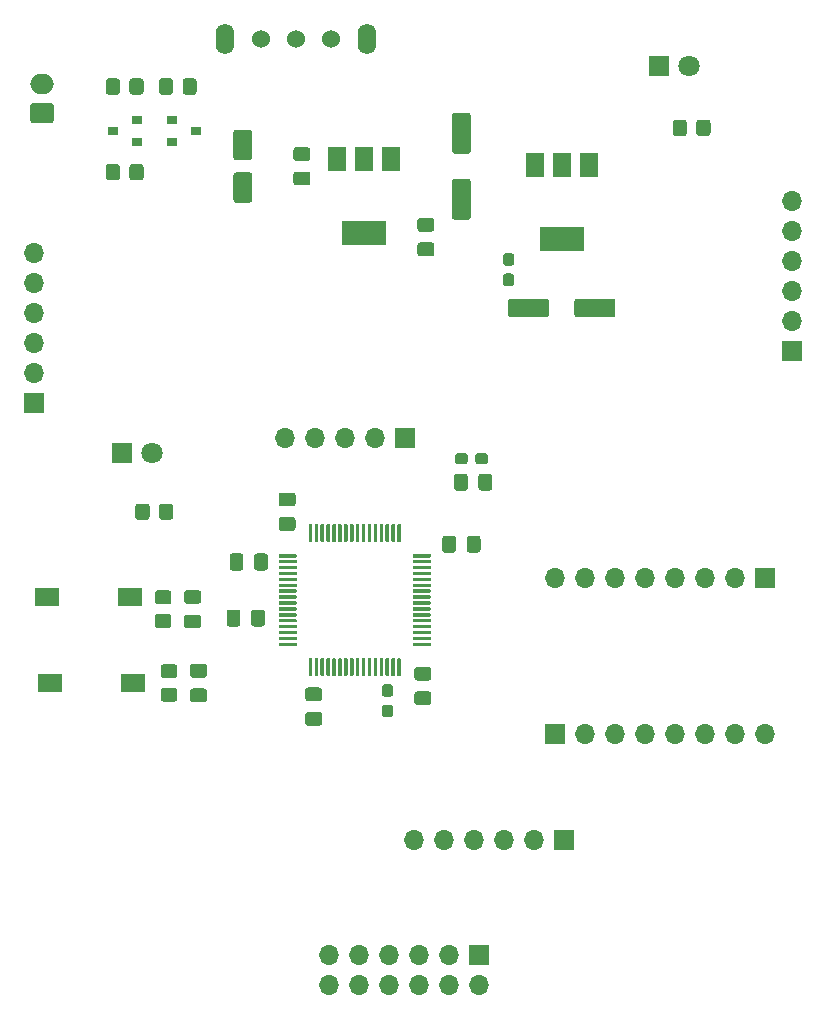
<source format=gbr>
%TF.GenerationSoftware,KiCad,Pcbnew,(5.1.9)-1*%
%TF.CreationDate,2021-05-12T23:16:12+02:00*%
%TF.ProjectId,PlytkaGlowna,506c7974-6b61-4476-9c6f-776e612e6b69,rev?*%
%TF.SameCoordinates,Original*%
%TF.FileFunction,Soldermask,Top*%
%TF.FilePolarity,Negative*%
%FSLAX46Y46*%
G04 Gerber Fmt 4.6, Leading zero omitted, Abs format (unit mm)*
G04 Created by KiCad (PCBNEW (5.1.9)-1) date 2021-05-12 23:16:12*
%MOMM*%
%LPD*%
G01*
G04 APERTURE LIST*
%ADD10O,1.700000X1.700000*%
%ADD11R,1.700000X1.700000*%
%ADD12R,1.800000X1.800000*%
%ADD13C,1.800000*%
%ADD14O,2.000000X1.700000*%
%ADD15R,0.900000X0.800000*%
%ADD16R,2.000000X1.500000*%
%ADD17C,1.524000*%
%ADD18O,1.550000X2.600000*%
%ADD19R,1.500000X2.000000*%
%ADD20R,3.800000X2.000000*%
G04 APERTURE END LIST*
D10*
%TO.C,J6*%
X201540000Y-76730000D03*
X201540000Y-79270000D03*
X201540000Y-81810000D03*
X201540000Y-84350000D03*
X201540000Y-86890000D03*
D11*
X201540000Y-89430000D03*
%TD*%
%TO.C,J7*%
X137350000Y-93790000D03*
D10*
X137350000Y-91250000D03*
X137350000Y-88710000D03*
X137350000Y-86170000D03*
X137350000Y-83630000D03*
X137350000Y-81090000D03*
%TD*%
%TO.C,J5*%
X199230000Y-121804999D03*
X196690000Y-121804999D03*
X194150000Y-121804999D03*
X191610000Y-121804999D03*
X189070000Y-121804999D03*
X186530000Y-121804999D03*
X183990000Y-121804999D03*
D11*
X181450000Y-121804999D03*
%TD*%
%TO.C,U3*%
G36*
G01*
X158025001Y-106800001D02*
X158025001Y-106650001D01*
G75*
G02*
X158100001Y-106575001I75000J0D01*
G01*
X159500001Y-106575001D01*
G75*
G02*
X159575001Y-106650001I0J-75000D01*
G01*
X159575001Y-106800001D01*
G75*
G02*
X159500001Y-106875001I-75000J0D01*
G01*
X158100001Y-106875001D01*
G75*
G02*
X158025001Y-106800001I0J75000D01*
G01*
G37*
G36*
G01*
X158025001Y-107300001D02*
X158025001Y-107150001D01*
G75*
G02*
X158100001Y-107075001I75000J0D01*
G01*
X159500001Y-107075001D01*
G75*
G02*
X159575001Y-107150001I0J-75000D01*
G01*
X159575001Y-107300001D01*
G75*
G02*
X159500001Y-107375001I-75000J0D01*
G01*
X158100001Y-107375001D01*
G75*
G02*
X158025001Y-107300001I0J75000D01*
G01*
G37*
G36*
G01*
X158025001Y-107800001D02*
X158025001Y-107650001D01*
G75*
G02*
X158100001Y-107575001I75000J0D01*
G01*
X159500001Y-107575001D01*
G75*
G02*
X159575001Y-107650001I0J-75000D01*
G01*
X159575001Y-107800001D01*
G75*
G02*
X159500001Y-107875001I-75000J0D01*
G01*
X158100001Y-107875001D01*
G75*
G02*
X158025001Y-107800001I0J75000D01*
G01*
G37*
G36*
G01*
X158025001Y-108300001D02*
X158025001Y-108150001D01*
G75*
G02*
X158100001Y-108075001I75000J0D01*
G01*
X159500001Y-108075001D01*
G75*
G02*
X159575001Y-108150001I0J-75000D01*
G01*
X159575001Y-108300001D01*
G75*
G02*
X159500001Y-108375001I-75000J0D01*
G01*
X158100001Y-108375001D01*
G75*
G02*
X158025001Y-108300001I0J75000D01*
G01*
G37*
G36*
G01*
X158025001Y-108800001D02*
X158025001Y-108650001D01*
G75*
G02*
X158100001Y-108575001I75000J0D01*
G01*
X159500001Y-108575001D01*
G75*
G02*
X159575001Y-108650001I0J-75000D01*
G01*
X159575001Y-108800001D01*
G75*
G02*
X159500001Y-108875001I-75000J0D01*
G01*
X158100001Y-108875001D01*
G75*
G02*
X158025001Y-108800001I0J75000D01*
G01*
G37*
G36*
G01*
X158025001Y-109300001D02*
X158025001Y-109150001D01*
G75*
G02*
X158100001Y-109075001I75000J0D01*
G01*
X159500001Y-109075001D01*
G75*
G02*
X159575001Y-109150001I0J-75000D01*
G01*
X159575001Y-109300001D01*
G75*
G02*
X159500001Y-109375001I-75000J0D01*
G01*
X158100001Y-109375001D01*
G75*
G02*
X158025001Y-109300001I0J75000D01*
G01*
G37*
G36*
G01*
X158025001Y-109800001D02*
X158025001Y-109650001D01*
G75*
G02*
X158100001Y-109575001I75000J0D01*
G01*
X159500001Y-109575001D01*
G75*
G02*
X159575001Y-109650001I0J-75000D01*
G01*
X159575001Y-109800001D01*
G75*
G02*
X159500001Y-109875001I-75000J0D01*
G01*
X158100001Y-109875001D01*
G75*
G02*
X158025001Y-109800001I0J75000D01*
G01*
G37*
G36*
G01*
X158025001Y-110300001D02*
X158025001Y-110150001D01*
G75*
G02*
X158100001Y-110075001I75000J0D01*
G01*
X159500001Y-110075001D01*
G75*
G02*
X159575001Y-110150001I0J-75000D01*
G01*
X159575001Y-110300001D01*
G75*
G02*
X159500001Y-110375001I-75000J0D01*
G01*
X158100001Y-110375001D01*
G75*
G02*
X158025001Y-110300001I0J75000D01*
G01*
G37*
G36*
G01*
X158025001Y-110800001D02*
X158025001Y-110650001D01*
G75*
G02*
X158100001Y-110575001I75000J0D01*
G01*
X159500001Y-110575001D01*
G75*
G02*
X159575001Y-110650001I0J-75000D01*
G01*
X159575001Y-110800001D01*
G75*
G02*
X159500001Y-110875001I-75000J0D01*
G01*
X158100001Y-110875001D01*
G75*
G02*
X158025001Y-110800001I0J75000D01*
G01*
G37*
G36*
G01*
X158025001Y-111300001D02*
X158025001Y-111150001D01*
G75*
G02*
X158100001Y-111075001I75000J0D01*
G01*
X159500001Y-111075001D01*
G75*
G02*
X159575001Y-111150001I0J-75000D01*
G01*
X159575001Y-111300001D01*
G75*
G02*
X159500001Y-111375001I-75000J0D01*
G01*
X158100001Y-111375001D01*
G75*
G02*
X158025001Y-111300001I0J75000D01*
G01*
G37*
G36*
G01*
X158025001Y-111800001D02*
X158025001Y-111650001D01*
G75*
G02*
X158100001Y-111575001I75000J0D01*
G01*
X159500001Y-111575001D01*
G75*
G02*
X159575001Y-111650001I0J-75000D01*
G01*
X159575001Y-111800001D01*
G75*
G02*
X159500001Y-111875001I-75000J0D01*
G01*
X158100001Y-111875001D01*
G75*
G02*
X158025001Y-111800001I0J75000D01*
G01*
G37*
G36*
G01*
X158025001Y-112300001D02*
X158025001Y-112150001D01*
G75*
G02*
X158100001Y-112075001I75000J0D01*
G01*
X159500001Y-112075001D01*
G75*
G02*
X159575001Y-112150001I0J-75000D01*
G01*
X159575001Y-112300001D01*
G75*
G02*
X159500001Y-112375001I-75000J0D01*
G01*
X158100001Y-112375001D01*
G75*
G02*
X158025001Y-112300001I0J75000D01*
G01*
G37*
G36*
G01*
X158025001Y-112800001D02*
X158025001Y-112650001D01*
G75*
G02*
X158100001Y-112575001I75000J0D01*
G01*
X159500001Y-112575001D01*
G75*
G02*
X159575001Y-112650001I0J-75000D01*
G01*
X159575001Y-112800001D01*
G75*
G02*
X159500001Y-112875001I-75000J0D01*
G01*
X158100001Y-112875001D01*
G75*
G02*
X158025001Y-112800001I0J75000D01*
G01*
G37*
G36*
G01*
X158025001Y-113300001D02*
X158025001Y-113150001D01*
G75*
G02*
X158100001Y-113075001I75000J0D01*
G01*
X159500001Y-113075001D01*
G75*
G02*
X159575001Y-113150001I0J-75000D01*
G01*
X159575001Y-113300001D01*
G75*
G02*
X159500001Y-113375001I-75000J0D01*
G01*
X158100001Y-113375001D01*
G75*
G02*
X158025001Y-113300001I0J75000D01*
G01*
G37*
G36*
G01*
X158025001Y-113800001D02*
X158025001Y-113650001D01*
G75*
G02*
X158100001Y-113575001I75000J0D01*
G01*
X159500001Y-113575001D01*
G75*
G02*
X159575001Y-113650001I0J-75000D01*
G01*
X159575001Y-113800001D01*
G75*
G02*
X159500001Y-113875001I-75000J0D01*
G01*
X158100001Y-113875001D01*
G75*
G02*
X158025001Y-113800001I0J75000D01*
G01*
G37*
G36*
G01*
X158025001Y-114300001D02*
X158025001Y-114150001D01*
G75*
G02*
X158100001Y-114075001I75000J0D01*
G01*
X159500001Y-114075001D01*
G75*
G02*
X159575001Y-114150001I0J-75000D01*
G01*
X159575001Y-114300001D01*
G75*
G02*
X159500001Y-114375001I-75000J0D01*
G01*
X158100001Y-114375001D01*
G75*
G02*
X158025001Y-114300001I0J75000D01*
G01*
G37*
G36*
G01*
X160575001Y-116850001D02*
X160575001Y-115450001D01*
G75*
G02*
X160650001Y-115375001I75000J0D01*
G01*
X160800001Y-115375001D01*
G75*
G02*
X160875001Y-115450001I0J-75000D01*
G01*
X160875001Y-116850001D01*
G75*
G02*
X160800001Y-116925001I-75000J0D01*
G01*
X160650001Y-116925001D01*
G75*
G02*
X160575001Y-116850001I0J75000D01*
G01*
G37*
G36*
G01*
X161075001Y-116850001D02*
X161075001Y-115450001D01*
G75*
G02*
X161150001Y-115375001I75000J0D01*
G01*
X161300001Y-115375001D01*
G75*
G02*
X161375001Y-115450001I0J-75000D01*
G01*
X161375001Y-116850001D01*
G75*
G02*
X161300001Y-116925001I-75000J0D01*
G01*
X161150001Y-116925001D01*
G75*
G02*
X161075001Y-116850001I0J75000D01*
G01*
G37*
G36*
G01*
X161575001Y-116850001D02*
X161575001Y-115450001D01*
G75*
G02*
X161650001Y-115375001I75000J0D01*
G01*
X161800001Y-115375001D01*
G75*
G02*
X161875001Y-115450001I0J-75000D01*
G01*
X161875001Y-116850001D01*
G75*
G02*
X161800001Y-116925001I-75000J0D01*
G01*
X161650001Y-116925001D01*
G75*
G02*
X161575001Y-116850001I0J75000D01*
G01*
G37*
G36*
G01*
X162075001Y-116850001D02*
X162075001Y-115450001D01*
G75*
G02*
X162150001Y-115375001I75000J0D01*
G01*
X162300001Y-115375001D01*
G75*
G02*
X162375001Y-115450001I0J-75000D01*
G01*
X162375001Y-116850001D01*
G75*
G02*
X162300001Y-116925001I-75000J0D01*
G01*
X162150001Y-116925001D01*
G75*
G02*
X162075001Y-116850001I0J75000D01*
G01*
G37*
G36*
G01*
X162575001Y-116850001D02*
X162575001Y-115450001D01*
G75*
G02*
X162650001Y-115375001I75000J0D01*
G01*
X162800001Y-115375001D01*
G75*
G02*
X162875001Y-115450001I0J-75000D01*
G01*
X162875001Y-116850001D01*
G75*
G02*
X162800001Y-116925001I-75000J0D01*
G01*
X162650001Y-116925001D01*
G75*
G02*
X162575001Y-116850001I0J75000D01*
G01*
G37*
G36*
G01*
X163075001Y-116850001D02*
X163075001Y-115450001D01*
G75*
G02*
X163150001Y-115375001I75000J0D01*
G01*
X163300001Y-115375001D01*
G75*
G02*
X163375001Y-115450001I0J-75000D01*
G01*
X163375001Y-116850001D01*
G75*
G02*
X163300001Y-116925001I-75000J0D01*
G01*
X163150001Y-116925001D01*
G75*
G02*
X163075001Y-116850001I0J75000D01*
G01*
G37*
G36*
G01*
X163575001Y-116850001D02*
X163575001Y-115450001D01*
G75*
G02*
X163650001Y-115375001I75000J0D01*
G01*
X163800001Y-115375001D01*
G75*
G02*
X163875001Y-115450001I0J-75000D01*
G01*
X163875001Y-116850001D01*
G75*
G02*
X163800001Y-116925001I-75000J0D01*
G01*
X163650001Y-116925001D01*
G75*
G02*
X163575001Y-116850001I0J75000D01*
G01*
G37*
G36*
G01*
X164075001Y-116850001D02*
X164075001Y-115450001D01*
G75*
G02*
X164150001Y-115375001I75000J0D01*
G01*
X164300001Y-115375001D01*
G75*
G02*
X164375001Y-115450001I0J-75000D01*
G01*
X164375001Y-116850001D01*
G75*
G02*
X164300001Y-116925001I-75000J0D01*
G01*
X164150001Y-116925001D01*
G75*
G02*
X164075001Y-116850001I0J75000D01*
G01*
G37*
G36*
G01*
X164575001Y-116850001D02*
X164575001Y-115450001D01*
G75*
G02*
X164650001Y-115375001I75000J0D01*
G01*
X164800001Y-115375001D01*
G75*
G02*
X164875001Y-115450001I0J-75000D01*
G01*
X164875001Y-116850001D01*
G75*
G02*
X164800001Y-116925001I-75000J0D01*
G01*
X164650001Y-116925001D01*
G75*
G02*
X164575001Y-116850001I0J75000D01*
G01*
G37*
G36*
G01*
X165075001Y-116850001D02*
X165075001Y-115450001D01*
G75*
G02*
X165150001Y-115375001I75000J0D01*
G01*
X165300001Y-115375001D01*
G75*
G02*
X165375001Y-115450001I0J-75000D01*
G01*
X165375001Y-116850001D01*
G75*
G02*
X165300001Y-116925001I-75000J0D01*
G01*
X165150001Y-116925001D01*
G75*
G02*
X165075001Y-116850001I0J75000D01*
G01*
G37*
G36*
G01*
X165575001Y-116850001D02*
X165575001Y-115450001D01*
G75*
G02*
X165650001Y-115375001I75000J0D01*
G01*
X165800001Y-115375001D01*
G75*
G02*
X165875001Y-115450001I0J-75000D01*
G01*
X165875001Y-116850001D01*
G75*
G02*
X165800001Y-116925001I-75000J0D01*
G01*
X165650001Y-116925001D01*
G75*
G02*
X165575001Y-116850001I0J75000D01*
G01*
G37*
G36*
G01*
X166075001Y-116850001D02*
X166075001Y-115450001D01*
G75*
G02*
X166150001Y-115375001I75000J0D01*
G01*
X166300001Y-115375001D01*
G75*
G02*
X166375001Y-115450001I0J-75000D01*
G01*
X166375001Y-116850001D01*
G75*
G02*
X166300001Y-116925001I-75000J0D01*
G01*
X166150001Y-116925001D01*
G75*
G02*
X166075001Y-116850001I0J75000D01*
G01*
G37*
G36*
G01*
X166575001Y-116850001D02*
X166575001Y-115450001D01*
G75*
G02*
X166650001Y-115375001I75000J0D01*
G01*
X166800001Y-115375001D01*
G75*
G02*
X166875001Y-115450001I0J-75000D01*
G01*
X166875001Y-116850001D01*
G75*
G02*
X166800001Y-116925001I-75000J0D01*
G01*
X166650001Y-116925001D01*
G75*
G02*
X166575001Y-116850001I0J75000D01*
G01*
G37*
G36*
G01*
X167075001Y-116850001D02*
X167075001Y-115450001D01*
G75*
G02*
X167150001Y-115375001I75000J0D01*
G01*
X167300001Y-115375001D01*
G75*
G02*
X167375001Y-115450001I0J-75000D01*
G01*
X167375001Y-116850001D01*
G75*
G02*
X167300001Y-116925001I-75000J0D01*
G01*
X167150001Y-116925001D01*
G75*
G02*
X167075001Y-116850001I0J75000D01*
G01*
G37*
G36*
G01*
X167575001Y-116850001D02*
X167575001Y-115450001D01*
G75*
G02*
X167650001Y-115375001I75000J0D01*
G01*
X167800001Y-115375001D01*
G75*
G02*
X167875001Y-115450001I0J-75000D01*
G01*
X167875001Y-116850001D01*
G75*
G02*
X167800001Y-116925001I-75000J0D01*
G01*
X167650001Y-116925001D01*
G75*
G02*
X167575001Y-116850001I0J75000D01*
G01*
G37*
G36*
G01*
X168075001Y-116850001D02*
X168075001Y-115450001D01*
G75*
G02*
X168150001Y-115375001I75000J0D01*
G01*
X168300001Y-115375001D01*
G75*
G02*
X168375001Y-115450001I0J-75000D01*
G01*
X168375001Y-116850001D01*
G75*
G02*
X168300001Y-116925001I-75000J0D01*
G01*
X168150001Y-116925001D01*
G75*
G02*
X168075001Y-116850001I0J75000D01*
G01*
G37*
G36*
G01*
X169375001Y-114300001D02*
X169375001Y-114150001D01*
G75*
G02*
X169450001Y-114075001I75000J0D01*
G01*
X170850001Y-114075001D01*
G75*
G02*
X170925001Y-114150001I0J-75000D01*
G01*
X170925001Y-114300001D01*
G75*
G02*
X170850001Y-114375001I-75000J0D01*
G01*
X169450001Y-114375001D01*
G75*
G02*
X169375001Y-114300001I0J75000D01*
G01*
G37*
G36*
G01*
X169375001Y-113800001D02*
X169375001Y-113650001D01*
G75*
G02*
X169450001Y-113575001I75000J0D01*
G01*
X170850001Y-113575001D01*
G75*
G02*
X170925001Y-113650001I0J-75000D01*
G01*
X170925001Y-113800001D01*
G75*
G02*
X170850001Y-113875001I-75000J0D01*
G01*
X169450001Y-113875001D01*
G75*
G02*
X169375001Y-113800001I0J75000D01*
G01*
G37*
G36*
G01*
X169375001Y-113300001D02*
X169375001Y-113150001D01*
G75*
G02*
X169450001Y-113075001I75000J0D01*
G01*
X170850001Y-113075001D01*
G75*
G02*
X170925001Y-113150001I0J-75000D01*
G01*
X170925001Y-113300001D01*
G75*
G02*
X170850001Y-113375001I-75000J0D01*
G01*
X169450001Y-113375001D01*
G75*
G02*
X169375001Y-113300001I0J75000D01*
G01*
G37*
G36*
G01*
X169375001Y-112800001D02*
X169375001Y-112650001D01*
G75*
G02*
X169450001Y-112575001I75000J0D01*
G01*
X170850001Y-112575001D01*
G75*
G02*
X170925001Y-112650001I0J-75000D01*
G01*
X170925001Y-112800001D01*
G75*
G02*
X170850001Y-112875001I-75000J0D01*
G01*
X169450001Y-112875001D01*
G75*
G02*
X169375001Y-112800001I0J75000D01*
G01*
G37*
G36*
G01*
X169375001Y-112300001D02*
X169375001Y-112150001D01*
G75*
G02*
X169450001Y-112075001I75000J0D01*
G01*
X170850001Y-112075001D01*
G75*
G02*
X170925001Y-112150001I0J-75000D01*
G01*
X170925001Y-112300001D01*
G75*
G02*
X170850001Y-112375001I-75000J0D01*
G01*
X169450001Y-112375001D01*
G75*
G02*
X169375001Y-112300001I0J75000D01*
G01*
G37*
G36*
G01*
X169375001Y-111800001D02*
X169375001Y-111650001D01*
G75*
G02*
X169450001Y-111575001I75000J0D01*
G01*
X170850001Y-111575001D01*
G75*
G02*
X170925001Y-111650001I0J-75000D01*
G01*
X170925001Y-111800001D01*
G75*
G02*
X170850001Y-111875001I-75000J0D01*
G01*
X169450001Y-111875001D01*
G75*
G02*
X169375001Y-111800001I0J75000D01*
G01*
G37*
G36*
G01*
X169375001Y-111300001D02*
X169375001Y-111150001D01*
G75*
G02*
X169450001Y-111075001I75000J0D01*
G01*
X170850001Y-111075001D01*
G75*
G02*
X170925001Y-111150001I0J-75000D01*
G01*
X170925001Y-111300001D01*
G75*
G02*
X170850001Y-111375001I-75000J0D01*
G01*
X169450001Y-111375001D01*
G75*
G02*
X169375001Y-111300001I0J75000D01*
G01*
G37*
G36*
G01*
X169375001Y-110800001D02*
X169375001Y-110650001D01*
G75*
G02*
X169450001Y-110575001I75000J0D01*
G01*
X170850001Y-110575001D01*
G75*
G02*
X170925001Y-110650001I0J-75000D01*
G01*
X170925001Y-110800001D01*
G75*
G02*
X170850001Y-110875001I-75000J0D01*
G01*
X169450001Y-110875001D01*
G75*
G02*
X169375001Y-110800001I0J75000D01*
G01*
G37*
G36*
G01*
X169375001Y-110300001D02*
X169375001Y-110150001D01*
G75*
G02*
X169450001Y-110075001I75000J0D01*
G01*
X170850001Y-110075001D01*
G75*
G02*
X170925001Y-110150001I0J-75000D01*
G01*
X170925001Y-110300001D01*
G75*
G02*
X170850001Y-110375001I-75000J0D01*
G01*
X169450001Y-110375001D01*
G75*
G02*
X169375001Y-110300001I0J75000D01*
G01*
G37*
G36*
G01*
X169375001Y-109800001D02*
X169375001Y-109650001D01*
G75*
G02*
X169450001Y-109575001I75000J0D01*
G01*
X170850001Y-109575001D01*
G75*
G02*
X170925001Y-109650001I0J-75000D01*
G01*
X170925001Y-109800001D01*
G75*
G02*
X170850001Y-109875001I-75000J0D01*
G01*
X169450001Y-109875001D01*
G75*
G02*
X169375001Y-109800001I0J75000D01*
G01*
G37*
G36*
G01*
X169375001Y-109300001D02*
X169375001Y-109150001D01*
G75*
G02*
X169450001Y-109075001I75000J0D01*
G01*
X170850001Y-109075001D01*
G75*
G02*
X170925001Y-109150001I0J-75000D01*
G01*
X170925001Y-109300001D01*
G75*
G02*
X170850001Y-109375001I-75000J0D01*
G01*
X169450001Y-109375001D01*
G75*
G02*
X169375001Y-109300001I0J75000D01*
G01*
G37*
G36*
G01*
X169375001Y-108800001D02*
X169375001Y-108650001D01*
G75*
G02*
X169450001Y-108575001I75000J0D01*
G01*
X170850001Y-108575001D01*
G75*
G02*
X170925001Y-108650001I0J-75000D01*
G01*
X170925001Y-108800001D01*
G75*
G02*
X170850001Y-108875001I-75000J0D01*
G01*
X169450001Y-108875001D01*
G75*
G02*
X169375001Y-108800001I0J75000D01*
G01*
G37*
G36*
G01*
X169375001Y-108300001D02*
X169375001Y-108150001D01*
G75*
G02*
X169450001Y-108075001I75000J0D01*
G01*
X170850001Y-108075001D01*
G75*
G02*
X170925001Y-108150001I0J-75000D01*
G01*
X170925001Y-108300001D01*
G75*
G02*
X170850001Y-108375001I-75000J0D01*
G01*
X169450001Y-108375001D01*
G75*
G02*
X169375001Y-108300001I0J75000D01*
G01*
G37*
G36*
G01*
X169375001Y-107800001D02*
X169375001Y-107650001D01*
G75*
G02*
X169450001Y-107575001I75000J0D01*
G01*
X170850001Y-107575001D01*
G75*
G02*
X170925001Y-107650001I0J-75000D01*
G01*
X170925001Y-107800001D01*
G75*
G02*
X170850001Y-107875001I-75000J0D01*
G01*
X169450001Y-107875001D01*
G75*
G02*
X169375001Y-107800001I0J75000D01*
G01*
G37*
G36*
G01*
X169375001Y-107300001D02*
X169375001Y-107150001D01*
G75*
G02*
X169450001Y-107075001I75000J0D01*
G01*
X170850001Y-107075001D01*
G75*
G02*
X170925001Y-107150001I0J-75000D01*
G01*
X170925001Y-107300001D01*
G75*
G02*
X170850001Y-107375001I-75000J0D01*
G01*
X169450001Y-107375001D01*
G75*
G02*
X169375001Y-107300001I0J75000D01*
G01*
G37*
G36*
G01*
X169375001Y-106800001D02*
X169375001Y-106650001D01*
G75*
G02*
X169450001Y-106575001I75000J0D01*
G01*
X170850001Y-106575001D01*
G75*
G02*
X170925001Y-106650001I0J-75000D01*
G01*
X170925001Y-106800001D01*
G75*
G02*
X170850001Y-106875001I-75000J0D01*
G01*
X169450001Y-106875001D01*
G75*
G02*
X169375001Y-106800001I0J75000D01*
G01*
G37*
G36*
G01*
X168075001Y-105500001D02*
X168075001Y-104100001D01*
G75*
G02*
X168150001Y-104025001I75000J0D01*
G01*
X168300001Y-104025001D01*
G75*
G02*
X168375001Y-104100001I0J-75000D01*
G01*
X168375001Y-105500001D01*
G75*
G02*
X168300001Y-105575001I-75000J0D01*
G01*
X168150001Y-105575001D01*
G75*
G02*
X168075001Y-105500001I0J75000D01*
G01*
G37*
G36*
G01*
X167575001Y-105500001D02*
X167575001Y-104100001D01*
G75*
G02*
X167650001Y-104025001I75000J0D01*
G01*
X167800001Y-104025001D01*
G75*
G02*
X167875001Y-104100001I0J-75000D01*
G01*
X167875001Y-105500001D01*
G75*
G02*
X167800001Y-105575001I-75000J0D01*
G01*
X167650001Y-105575001D01*
G75*
G02*
X167575001Y-105500001I0J75000D01*
G01*
G37*
G36*
G01*
X167075001Y-105500001D02*
X167075001Y-104100001D01*
G75*
G02*
X167150001Y-104025001I75000J0D01*
G01*
X167300001Y-104025001D01*
G75*
G02*
X167375001Y-104100001I0J-75000D01*
G01*
X167375001Y-105500001D01*
G75*
G02*
X167300001Y-105575001I-75000J0D01*
G01*
X167150001Y-105575001D01*
G75*
G02*
X167075001Y-105500001I0J75000D01*
G01*
G37*
G36*
G01*
X166575001Y-105500001D02*
X166575001Y-104100001D01*
G75*
G02*
X166650001Y-104025001I75000J0D01*
G01*
X166800001Y-104025001D01*
G75*
G02*
X166875001Y-104100001I0J-75000D01*
G01*
X166875001Y-105500001D01*
G75*
G02*
X166800001Y-105575001I-75000J0D01*
G01*
X166650001Y-105575001D01*
G75*
G02*
X166575001Y-105500001I0J75000D01*
G01*
G37*
G36*
G01*
X166075001Y-105500001D02*
X166075001Y-104100001D01*
G75*
G02*
X166150001Y-104025001I75000J0D01*
G01*
X166300001Y-104025001D01*
G75*
G02*
X166375001Y-104100001I0J-75000D01*
G01*
X166375001Y-105500001D01*
G75*
G02*
X166300001Y-105575001I-75000J0D01*
G01*
X166150001Y-105575001D01*
G75*
G02*
X166075001Y-105500001I0J75000D01*
G01*
G37*
G36*
G01*
X165575001Y-105500001D02*
X165575001Y-104100001D01*
G75*
G02*
X165650001Y-104025001I75000J0D01*
G01*
X165800001Y-104025001D01*
G75*
G02*
X165875001Y-104100001I0J-75000D01*
G01*
X165875001Y-105500001D01*
G75*
G02*
X165800001Y-105575001I-75000J0D01*
G01*
X165650001Y-105575001D01*
G75*
G02*
X165575001Y-105500001I0J75000D01*
G01*
G37*
G36*
G01*
X165075001Y-105500001D02*
X165075001Y-104100001D01*
G75*
G02*
X165150001Y-104025001I75000J0D01*
G01*
X165300001Y-104025001D01*
G75*
G02*
X165375001Y-104100001I0J-75000D01*
G01*
X165375001Y-105500001D01*
G75*
G02*
X165300001Y-105575001I-75000J0D01*
G01*
X165150001Y-105575001D01*
G75*
G02*
X165075001Y-105500001I0J75000D01*
G01*
G37*
G36*
G01*
X164575001Y-105500001D02*
X164575001Y-104100001D01*
G75*
G02*
X164650001Y-104025001I75000J0D01*
G01*
X164800001Y-104025001D01*
G75*
G02*
X164875001Y-104100001I0J-75000D01*
G01*
X164875001Y-105500001D01*
G75*
G02*
X164800001Y-105575001I-75000J0D01*
G01*
X164650001Y-105575001D01*
G75*
G02*
X164575001Y-105500001I0J75000D01*
G01*
G37*
G36*
G01*
X164075001Y-105500001D02*
X164075001Y-104100001D01*
G75*
G02*
X164150001Y-104025001I75000J0D01*
G01*
X164300001Y-104025001D01*
G75*
G02*
X164375001Y-104100001I0J-75000D01*
G01*
X164375001Y-105500001D01*
G75*
G02*
X164300001Y-105575001I-75000J0D01*
G01*
X164150001Y-105575001D01*
G75*
G02*
X164075001Y-105500001I0J75000D01*
G01*
G37*
G36*
G01*
X163575001Y-105500001D02*
X163575001Y-104100001D01*
G75*
G02*
X163650001Y-104025001I75000J0D01*
G01*
X163800001Y-104025001D01*
G75*
G02*
X163875001Y-104100001I0J-75000D01*
G01*
X163875001Y-105500001D01*
G75*
G02*
X163800001Y-105575001I-75000J0D01*
G01*
X163650001Y-105575001D01*
G75*
G02*
X163575001Y-105500001I0J75000D01*
G01*
G37*
G36*
G01*
X163075001Y-105500001D02*
X163075001Y-104100001D01*
G75*
G02*
X163150001Y-104025001I75000J0D01*
G01*
X163300001Y-104025001D01*
G75*
G02*
X163375001Y-104100001I0J-75000D01*
G01*
X163375001Y-105500001D01*
G75*
G02*
X163300001Y-105575001I-75000J0D01*
G01*
X163150001Y-105575001D01*
G75*
G02*
X163075001Y-105500001I0J75000D01*
G01*
G37*
G36*
G01*
X162575001Y-105500001D02*
X162575001Y-104100001D01*
G75*
G02*
X162650001Y-104025001I75000J0D01*
G01*
X162800001Y-104025001D01*
G75*
G02*
X162875001Y-104100001I0J-75000D01*
G01*
X162875001Y-105500001D01*
G75*
G02*
X162800001Y-105575001I-75000J0D01*
G01*
X162650001Y-105575001D01*
G75*
G02*
X162575001Y-105500001I0J75000D01*
G01*
G37*
G36*
G01*
X162075001Y-105500001D02*
X162075001Y-104100001D01*
G75*
G02*
X162150001Y-104025001I75000J0D01*
G01*
X162300001Y-104025001D01*
G75*
G02*
X162375001Y-104100001I0J-75000D01*
G01*
X162375001Y-105500001D01*
G75*
G02*
X162300001Y-105575001I-75000J0D01*
G01*
X162150001Y-105575001D01*
G75*
G02*
X162075001Y-105500001I0J75000D01*
G01*
G37*
G36*
G01*
X161575001Y-105500001D02*
X161575001Y-104100001D01*
G75*
G02*
X161650001Y-104025001I75000J0D01*
G01*
X161800001Y-104025001D01*
G75*
G02*
X161875001Y-104100001I0J-75000D01*
G01*
X161875001Y-105500001D01*
G75*
G02*
X161800001Y-105575001I-75000J0D01*
G01*
X161650001Y-105575001D01*
G75*
G02*
X161575001Y-105500001I0J75000D01*
G01*
G37*
G36*
G01*
X161075001Y-105500001D02*
X161075001Y-104100001D01*
G75*
G02*
X161150001Y-104025001I75000J0D01*
G01*
X161300001Y-104025001D01*
G75*
G02*
X161375001Y-104100001I0J-75000D01*
G01*
X161375001Y-105500001D01*
G75*
G02*
X161300001Y-105575001I-75000J0D01*
G01*
X161150001Y-105575001D01*
G75*
G02*
X161075001Y-105500001I0J75000D01*
G01*
G37*
G36*
G01*
X160575001Y-105500001D02*
X160575001Y-104100001D01*
G75*
G02*
X160650001Y-104025001I75000J0D01*
G01*
X160800001Y-104025001D01*
G75*
G02*
X160875001Y-104100001I0J-75000D01*
G01*
X160875001Y-105500001D01*
G75*
G02*
X160800001Y-105575001I-75000J0D01*
G01*
X160650001Y-105575001D01*
G75*
G02*
X160575001Y-105500001I0J75000D01*
G01*
G37*
%TD*%
%TO.C,C6*%
G36*
G01*
X167012500Y-117600000D02*
X167487500Y-117600000D01*
G75*
G02*
X167725000Y-117837500I0J-237500D01*
G01*
X167725000Y-118437500D01*
G75*
G02*
X167487500Y-118675000I-237500J0D01*
G01*
X167012500Y-118675000D01*
G75*
G02*
X166775000Y-118437500I0J237500D01*
G01*
X166775000Y-117837500D01*
G75*
G02*
X167012500Y-117600000I237500J0D01*
G01*
G37*
G36*
G01*
X167012500Y-119325000D02*
X167487500Y-119325000D01*
G75*
G02*
X167725000Y-119562500I0J-237500D01*
G01*
X167725000Y-120162500D01*
G75*
G02*
X167487500Y-120400000I-237500J0D01*
G01*
X167012500Y-120400000D01*
G75*
G02*
X166775000Y-120162500I0J237500D01*
G01*
X166775000Y-119562500D01*
G75*
G02*
X167012500Y-119325000I237500J0D01*
G01*
G37*
%TD*%
%TO.C,C15*%
G36*
G01*
X156875000Y-111525000D02*
X156875000Y-112475000D01*
G75*
G02*
X156625000Y-112725000I-250000J0D01*
G01*
X155950000Y-112725000D01*
G75*
G02*
X155700000Y-112475000I0J250000D01*
G01*
X155700000Y-111525000D01*
G75*
G02*
X155950000Y-111275000I250000J0D01*
G01*
X156625000Y-111275000D01*
G75*
G02*
X156875000Y-111525000I0J-250000D01*
G01*
G37*
G36*
G01*
X154800000Y-111525000D02*
X154800000Y-112475000D01*
G75*
G02*
X154550000Y-112725000I-250000J0D01*
G01*
X153875000Y-112725000D01*
G75*
G02*
X153625000Y-112475000I0J250000D01*
G01*
X153625000Y-111525000D01*
G75*
G02*
X153875000Y-111275000I250000J0D01*
G01*
X154550000Y-111275000D01*
G75*
G02*
X154800000Y-111525000I0J-250000D01*
G01*
G37*
%TD*%
%TO.C,C1*%
G36*
G01*
X169775000Y-118200000D02*
X170725000Y-118200000D01*
G75*
G02*
X170975000Y-118450000I0J-250000D01*
G01*
X170975000Y-119125000D01*
G75*
G02*
X170725000Y-119375000I-250000J0D01*
G01*
X169775000Y-119375000D01*
G75*
G02*
X169525000Y-119125000I0J250000D01*
G01*
X169525000Y-118450000D01*
G75*
G02*
X169775000Y-118200000I250000J0D01*
G01*
G37*
G36*
G01*
X169775000Y-116125000D02*
X170725000Y-116125000D01*
G75*
G02*
X170975000Y-116375000I0J-250000D01*
G01*
X170975000Y-117050000D01*
G75*
G02*
X170725000Y-117300000I-250000J0D01*
G01*
X169775000Y-117300000D01*
G75*
G02*
X169525000Y-117050000I0J250000D01*
G01*
X169525000Y-116375000D01*
G75*
G02*
X169775000Y-116125000I250000J0D01*
G01*
G37*
%TD*%
%TO.C,C2*%
G36*
G01*
X151725000Y-119125000D02*
X150775000Y-119125000D01*
G75*
G02*
X150525000Y-118875000I0J250000D01*
G01*
X150525000Y-118200000D01*
G75*
G02*
X150775000Y-117950000I250000J0D01*
G01*
X151725000Y-117950000D01*
G75*
G02*
X151975000Y-118200000I0J-250000D01*
G01*
X151975000Y-118875000D01*
G75*
G02*
X151725000Y-119125000I-250000J0D01*
G01*
G37*
G36*
G01*
X151725000Y-117050000D02*
X150775000Y-117050000D01*
G75*
G02*
X150525000Y-116800000I0J250000D01*
G01*
X150525000Y-116125000D01*
G75*
G02*
X150775000Y-115875000I250000J0D01*
G01*
X151725000Y-115875000D01*
G75*
G02*
X151975000Y-116125000I0J-250000D01*
G01*
X151975000Y-116800000D01*
G75*
G02*
X151725000Y-117050000I-250000J0D01*
G01*
G37*
%TD*%
%TO.C,C3*%
G36*
G01*
X160525000Y-117875000D02*
X161475000Y-117875000D01*
G75*
G02*
X161725000Y-118125000I0J-250000D01*
G01*
X161725000Y-118800000D01*
G75*
G02*
X161475000Y-119050000I-250000J0D01*
G01*
X160525000Y-119050000D01*
G75*
G02*
X160275000Y-118800000I0J250000D01*
G01*
X160275000Y-118125000D01*
G75*
G02*
X160525000Y-117875000I250000J0D01*
G01*
G37*
G36*
G01*
X160525000Y-119950000D02*
X161475000Y-119950000D01*
G75*
G02*
X161725000Y-120200000I0J-250000D01*
G01*
X161725000Y-120875000D01*
G75*
G02*
X161475000Y-121125000I-250000J0D01*
G01*
X160525000Y-121125000D01*
G75*
G02*
X160275000Y-120875000I0J250000D01*
G01*
X160275000Y-120200000D01*
G75*
G02*
X160525000Y-119950000I250000J0D01*
G01*
G37*
%TD*%
%TO.C,C4*%
G36*
G01*
X151225000Y-112875000D02*
X150275000Y-112875000D01*
G75*
G02*
X150025000Y-112625000I0J250000D01*
G01*
X150025000Y-111950000D01*
G75*
G02*
X150275000Y-111700000I250000J0D01*
G01*
X151225000Y-111700000D01*
G75*
G02*
X151475000Y-111950000I0J-250000D01*
G01*
X151475000Y-112625000D01*
G75*
G02*
X151225000Y-112875000I-250000J0D01*
G01*
G37*
G36*
G01*
X151225000Y-110800000D02*
X150275000Y-110800000D01*
G75*
G02*
X150025000Y-110550000I0J250000D01*
G01*
X150025000Y-109875000D01*
G75*
G02*
X150275000Y-109625000I250000J0D01*
G01*
X151225000Y-109625000D01*
G75*
G02*
X151475000Y-109875000I0J-250000D01*
G01*
X151475000Y-110550000D01*
G75*
G02*
X151225000Y-110800000I-250000J0D01*
G01*
G37*
%TD*%
%TO.C,C5*%
G36*
G01*
X159225000Y-102550000D02*
X158275000Y-102550000D01*
G75*
G02*
X158025000Y-102300000I0J250000D01*
G01*
X158025000Y-101625000D01*
G75*
G02*
X158275000Y-101375000I250000J0D01*
G01*
X159225000Y-101375000D01*
G75*
G02*
X159475000Y-101625000I0J-250000D01*
G01*
X159475000Y-102300000D01*
G75*
G02*
X159225000Y-102550000I-250000J0D01*
G01*
G37*
G36*
G01*
X159225000Y-104625000D02*
X158275000Y-104625000D01*
G75*
G02*
X158025000Y-104375000I0J250000D01*
G01*
X158025000Y-103700000D01*
G75*
G02*
X158275000Y-103450000I250000J0D01*
G01*
X159225000Y-103450000D01*
G75*
G02*
X159475000Y-103700000I0J-250000D01*
G01*
X159475000Y-104375000D01*
G75*
G02*
X159225000Y-104625000I-250000J0D01*
G01*
G37*
%TD*%
%TO.C,C7*%
G36*
G01*
X155050000Y-106775000D02*
X155050000Y-107725000D01*
G75*
G02*
X154800000Y-107975000I-250000J0D01*
G01*
X154125000Y-107975000D01*
G75*
G02*
X153875000Y-107725000I0J250000D01*
G01*
X153875000Y-106775000D01*
G75*
G02*
X154125000Y-106525000I250000J0D01*
G01*
X154800000Y-106525000D01*
G75*
G02*
X155050000Y-106775000I0J-250000D01*
G01*
G37*
G36*
G01*
X157125000Y-106775000D02*
X157125000Y-107725000D01*
G75*
G02*
X156875000Y-107975000I-250000J0D01*
G01*
X156200000Y-107975000D01*
G75*
G02*
X155950000Y-107725000I0J250000D01*
G01*
X155950000Y-106775000D01*
G75*
G02*
X156200000Y-106525000I250000J0D01*
G01*
X156875000Y-106525000D01*
G75*
G02*
X157125000Y-106775000I0J-250000D01*
G01*
G37*
%TD*%
%TO.C,C8*%
G36*
G01*
X174950000Y-100975000D02*
X174950000Y-100025000D01*
G75*
G02*
X175200000Y-99775000I250000J0D01*
G01*
X175875000Y-99775000D01*
G75*
G02*
X176125000Y-100025000I0J-250000D01*
G01*
X176125000Y-100975000D01*
G75*
G02*
X175875000Y-101225000I-250000J0D01*
G01*
X175200000Y-101225000D01*
G75*
G02*
X174950000Y-100975000I0J250000D01*
G01*
G37*
G36*
G01*
X172875000Y-100975000D02*
X172875000Y-100025000D01*
G75*
G02*
X173125000Y-99775000I250000J0D01*
G01*
X173800000Y-99775000D01*
G75*
G02*
X174050000Y-100025000I0J-250000D01*
G01*
X174050000Y-100975000D01*
G75*
G02*
X173800000Y-101225000I-250000J0D01*
G01*
X173125000Y-101225000D01*
G75*
G02*
X172875000Y-100975000I0J250000D01*
G01*
G37*
%TD*%
%TO.C,C9*%
G36*
G01*
X154450000Y-70650000D02*
X155550000Y-70650000D01*
G75*
G02*
X155800000Y-70900000I0J-250000D01*
G01*
X155800000Y-73000000D01*
G75*
G02*
X155550000Y-73250000I-250000J0D01*
G01*
X154450000Y-73250000D01*
G75*
G02*
X154200000Y-73000000I0J250000D01*
G01*
X154200000Y-70900000D01*
G75*
G02*
X154450000Y-70650000I250000J0D01*
G01*
G37*
G36*
G01*
X154450000Y-74250000D02*
X155550000Y-74250000D01*
G75*
G02*
X155800000Y-74500000I0J-250000D01*
G01*
X155800000Y-76600000D01*
G75*
G02*
X155550000Y-76850000I-250000J0D01*
G01*
X154450000Y-76850000D01*
G75*
G02*
X154200000Y-76600000I0J250000D01*
G01*
X154200000Y-74500000D01*
G75*
G02*
X154450000Y-74250000I250000J0D01*
G01*
G37*
%TD*%
%TO.C,C10*%
G36*
G01*
X171875000Y-106225000D02*
X171875000Y-105275000D01*
G75*
G02*
X172125000Y-105025000I250000J0D01*
G01*
X172800000Y-105025000D01*
G75*
G02*
X173050000Y-105275000I0J-250000D01*
G01*
X173050000Y-106225000D01*
G75*
G02*
X172800000Y-106475000I-250000J0D01*
G01*
X172125000Y-106475000D01*
G75*
G02*
X171875000Y-106225000I0J250000D01*
G01*
G37*
G36*
G01*
X173950000Y-106225000D02*
X173950000Y-105275000D01*
G75*
G02*
X174200000Y-105025000I250000J0D01*
G01*
X174875000Y-105025000D01*
G75*
G02*
X175125000Y-105275000I0J-250000D01*
G01*
X175125000Y-106225000D01*
G75*
G02*
X174875000Y-106475000I-250000J0D01*
G01*
X174200000Y-106475000D01*
G75*
G02*
X173950000Y-106225000I0J250000D01*
G01*
G37*
%TD*%
%TO.C,C11*%
G36*
G01*
X159525000Y-72125000D02*
X160475000Y-72125000D01*
G75*
G02*
X160725000Y-72375000I0J-250000D01*
G01*
X160725000Y-73050000D01*
G75*
G02*
X160475000Y-73300000I-250000J0D01*
G01*
X159525000Y-73300000D01*
G75*
G02*
X159275000Y-73050000I0J250000D01*
G01*
X159275000Y-72375000D01*
G75*
G02*
X159525000Y-72125000I250000J0D01*
G01*
G37*
G36*
G01*
X159525000Y-74200000D02*
X160475000Y-74200000D01*
G75*
G02*
X160725000Y-74450000I0J-250000D01*
G01*
X160725000Y-75125000D01*
G75*
G02*
X160475000Y-75375000I-250000J0D01*
G01*
X159525000Y-75375000D01*
G75*
G02*
X159275000Y-75125000I0J250000D01*
G01*
X159275000Y-74450000D01*
G75*
G02*
X159525000Y-74200000I250000J0D01*
G01*
G37*
%TD*%
%TO.C,C12*%
G36*
G01*
X172962500Y-98737500D02*
X172962500Y-98262500D01*
G75*
G02*
X173200000Y-98025000I237500J0D01*
G01*
X173800000Y-98025000D01*
G75*
G02*
X174037500Y-98262500I0J-237500D01*
G01*
X174037500Y-98737500D01*
G75*
G02*
X173800000Y-98975000I-237500J0D01*
G01*
X173200000Y-98975000D01*
G75*
G02*
X172962500Y-98737500I0J237500D01*
G01*
G37*
G36*
G01*
X174687500Y-98737500D02*
X174687500Y-98262500D01*
G75*
G02*
X174925000Y-98025000I237500J0D01*
G01*
X175525000Y-98025000D01*
G75*
G02*
X175762500Y-98262500I0J-237500D01*
G01*
X175762500Y-98737500D01*
G75*
G02*
X175525000Y-98975000I-237500J0D01*
G01*
X174925000Y-98975000D01*
G75*
G02*
X174687500Y-98737500I0J237500D01*
G01*
G37*
%TD*%
%TO.C,C13*%
G36*
G01*
X170025000Y-78125000D02*
X170975000Y-78125000D01*
G75*
G02*
X171225000Y-78375000I0J-250000D01*
G01*
X171225000Y-79050000D01*
G75*
G02*
X170975000Y-79300000I-250000J0D01*
G01*
X170025000Y-79300000D01*
G75*
G02*
X169775000Y-79050000I0J250000D01*
G01*
X169775000Y-78375000D01*
G75*
G02*
X170025000Y-78125000I250000J0D01*
G01*
G37*
G36*
G01*
X170025000Y-80200000D02*
X170975000Y-80200000D01*
G75*
G02*
X171225000Y-80450000I0J-250000D01*
G01*
X171225000Y-81125000D01*
G75*
G02*
X170975000Y-81375000I-250000J0D01*
G01*
X170025000Y-81375000D01*
G75*
G02*
X169775000Y-81125000I0J250000D01*
G01*
X169775000Y-80450000D01*
G75*
G02*
X170025000Y-80200000I250000J0D01*
G01*
G37*
%TD*%
%TO.C,C14*%
G36*
G01*
X174050000Y-72700000D02*
X172950000Y-72700000D01*
G75*
G02*
X172700000Y-72450000I0J250000D01*
G01*
X172700000Y-69450000D01*
G75*
G02*
X172950000Y-69200000I250000J0D01*
G01*
X174050000Y-69200000D01*
G75*
G02*
X174300000Y-69450000I0J-250000D01*
G01*
X174300000Y-72450000D01*
G75*
G02*
X174050000Y-72700000I-250000J0D01*
G01*
G37*
G36*
G01*
X174050000Y-78300000D02*
X172950000Y-78300000D01*
G75*
G02*
X172700000Y-78050000I0J250000D01*
G01*
X172700000Y-75050000D01*
G75*
G02*
X172950000Y-74800000I250000J0D01*
G01*
X174050000Y-74800000D01*
G75*
G02*
X174300000Y-75050000I0J-250000D01*
G01*
X174300000Y-78050000D01*
G75*
G02*
X174050000Y-78300000I-250000J0D01*
G01*
G37*
%TD*%
%TO.C,C17*%
G36*
G01*
X177737500Y-83900000D02*
X177262500Y-83900000D01*
G75*
G02*
X177025000Y-83662500I0J237500D01*
G01*
X177025000Y-83062500D01*
G75*
G02*
X177262500Y-82825000I237500J0D01*
G01*
X177737500Y-82825000D01*
G75*
G02*
X177975000Y-83062500I0J-237500D01*
G01*
X177975000Y-83662500D01*
G75*
G02*
X177737500Y-83900000I-237500J0D01*
G01*
G37*
G36*
G01*
X177737500Y-82175000D02*
X177262500Y-82175000D01*
G75*
G02*
X177025000Y-81937500I0J237500D01*
G01*
X177025000Y-81337500D01*
G75*
G02*
X177262500Y-81100000I237500J0D01*
G01*
X177737500Y-81100000D01*
G75*
G02*
X177975000Y-81337500I0J-237500D01*
G01*
X177975000Y-81937500D01*
G75*
G02*
X177737500Y-82175000I-237500J0D01*
G01*
G37*
%TD*%
%TO.C,C18*%
G36*
G01*
X177450000Y-86300000D02*
X177450000Y-85200000D01*
G75*
G02*
X177700000Y-84950000I250000J0D01*
G01*
X180700000Y-84950000D01*
G75*
G02*
X180950000Y-85200000I0J-250000D01*
G01*
X180950000Y-86300000D01*
G75*
G02*
X180700000Y-86550000I-250000J0D01*
G01*
X177700000Y-86550000D01*
G75*
G02*
X177450000Y-86300000I0J250000D01*
G01*
G37*
G36*
G01*
X183050000Y-86300000D02*
X183050000Y-85200000D01*
G75*
G02*
X183300000Y-84950000I250000J0D01*
G01*
X186300000Y-84950000D01*
G75*
G02*
X186550000Y-85200000I0J-250000D01*
G01*
X186550000Y-86300000D01*
G75*
G02*
X186300000Y-86550000I-250000J0D01*
G01*
X183300000Y-86550000D01*
G75*
G02*
X183050000Y-86300000I0J250000D01*
G01*
G37*
%TD*%
D12*
%TO.C,D1*%
X190250000Y-65250000D03*
D13*
X192790000Y-65250000D03*
%TD*%
%TO.C,D2*%
X147290000Y-98000000D03*
D12*
X144750000Y-98000000D03*
%TD*%
%TO.C,J1*%
G36*
G01*
X138750000Y-70100000D02*
X137250000Y-70100000D01*
G75*
G02*
X137000000Y-69850000I0J250000D01*
G01*
X137000000Y-68650000D01*
G75*
G02*
X137250000Y-68400000I250000J0D01*
G01*
X138750000Y-68400000D01*
G75*
G02*
X139000000Y-68650000I0J-250000D01*
G01*
X139000000Y-69850000D01*
G75*
G02*
X138750000Y-70100000I-250000J0D01*
G01*
G37*
D14*
X138000000Y-66750000D03*
%TD*%
D11*
%TO.C,J2*%
X168750000Y-96750000D03*
D10*
X166210000Y-96750000D03*
X163670000Y-96750000D03*
X161130000Y-96750000D03*
X158590000Y-96750000D03*
%TD*%
D11*
%TO.C,J3*%
X182200000Y-130800000D03*
D10*
X179660000Y-130800000D03*
X177120000Y-130800000D03*
X174580000Y-130800000D03*
X172040000Y-130800000D03*
X169500000Y-130800000D03*
%TD*%
D11*
%TO.C,J4*%
X199200000Y-108610000D03*
D10*
X196660000Y-108610000D03*
X194120000Y-108610000D03*
X191580000Y-108610000D03*
X189040000Y-108610000D03*
X186500000Y-108610000D03*
X183960000Y-108610000D03*
X181420000Y-108610000D03*
%TD*%
D11*
%TO.C,J8*%
X175000000Y-140500000D03*
D10*
X175000000Y-143040000D03*
X172460000Y-140500000D03*
X172460000Y-143040000D03*
X169920000Y-140500000D03*
X169920000Y-143040000D03*
X167380000Y-140500000D03*
X167380000Y-143040000D03*
X164840000Y-140500000D03*
X164840000Y-143040000D03*
X162300000Y-140500000D03*
X162300000Y-143040000D03*
%TD*%
D15*
%TO.C,Q1*%
X146000000Y-71700000D03*
X146000000Y-69800000D03*
X144000000Y-70750000D03*
%TD*%
%TO.C,Q2*%
X151000000Y-70750000D03*
X149000000Y-71700000D03*
X149000000Y-69800000D03*
%TD*%
%TO.C,R1*%
G36*
G01*
X144600000Y-73799999D02*
X144600000Y-74700001D01*
G75*
G02*
X144350001Y-74950000I-249999J0D01*
G01*
X143649999Y-74950000D01*
G75*
G02*
X143400000Y-74700001I0J249999D01*
G01*
X143400000Y-73799999D01*
G75*
G02*
X143649999Y-73550000I249999J0D01*
G01*
X144350001Y-73550000D01*
G75*
G02*
X144600000Y-73799999I0J-249999D01*
G01*
G37*
G36*
G01*
X146600000Y-73799999D02*
X146600000Y-74700001D01*
G75*
G02*
X146350001Y-74950000I-249999J0D01*
G01*
X145649999Y-74950000D01*
G75*
G02*
X145400000Y-74700001I0J249999D01*
G01*
X145400000Y-73799999D01*
G75*
G02*
X145649999Y-73550000I249999J0D01*
G01*
X146350001Y-73550000D01*
G75*
G02*
X146600000Y-73799999I0J-249999D01*
G01*
G37*
%TD*%
%TO.C,R2*%
G36*
G01*
X146600000Y-66549999D02*
X146600000Y-67450001D01*
G75*
G02*
X146350001Y-67700000I-249999J0D01*
G01*
X145649999Y-67700000D01*
G75*
G02*
X145400000Y-67450001I0J249999D01*
G01*
X145400000Y-66549999D01*
G75*
G02*
X145649999Y-66300000I249999J0D01*
G01*
X146350001Y-66300000D01*
G75*
G02*
X146600000Y-66549999I0J-249999D01*
G01*
G37*
G36*
G01*
X144600000Y-66549999D02*
X144600000Y-67450001D01*
G75*
G02*
X144350001Y-67700000I-249999J0D01*
G01*
X143649999Y-67700000D01*
G75*
G02*
X143400000Y-67450001I0J249999D01*
G01*
X143400000Y-66549999D01*
G75*
G02*
X143649999Y-66300000I249999J0D01*
G01*
X144350001Y-66300000D01*
G75*
G02*
X144600000Y-66549999I0J-249999D01*
G01*
G37*
%TD*%
%TO.C,R3*%
G36*
G01*
X147799999Y-109650000D02*
X148700001Y-109650000D01*
G75*
G02*
X148950000Y-109899999I0J-249999D01*
G01*
X148950000Y-110600001D01*
G75*
G02*
X148700001Y-110850000I-249999J0D01*
G01*
X147799999Y-110850000D01*
G75*
G02*
X147550000Y-110600001I0J249999D01*
G01*
X147550000Y-109899999D01*
G75*
G02*
X147799999Y-109650000I249999J0D01*
G01*
G37*
G36*
G01*
X147799999Y-111650000D02*
X148700001Y-111650000D01*
G75*
G02*
X148950000Y-111899999I0J-249999D01*
G01*
X148950000Y-112600001D01*
G75*
G02*
X148700001Y-112850000I-249999J0D01*
G01*
X147799999Y-112850000D01*
G75*
G02*
X147550000Y-112600001I0J249999D01*
G01*
X147550000Y-111899999D01*
G75*
G02*
X147799999Y-111650000I249999J0D01*
G01*
G37*
%TD*%
%TO.C,R4*%
G36*
G01*
X149900000Y-67450001D02*
X149900000Y-66549999D01*
G75*
G02*
X150149999Y-66300000I249999J0D01*
G01*
X150850001Y-66300000D01*
G75*
G02*
X151100000Y-66549999I0J-249999D01*
G01*
X151100000Y-67450001D01*
G75*
G02*
X150850001Y-67700000I-249999J0D01*
G01*
X150149999Y-67700000D01*
G75*
G02*
X149900000Y-67450001I0J249999D01*
G01*
G37*
G36*
G01*
X147900000Y-67450001D02*
X147900000Y-66549999D01*
G75*
G02*
X148149999Y-66300000I249999J0D01*
G01*
X148850001Y-66300000D01*
G75*
G02*
X149100000Y-66549999I0J-249999D01*
G01*
X149100000Y-67450001D01*
G75*
G02*
X148850001Y-67700000I-249999J0D01*
G01*
X148149999Y-67700000D01*
G75*
G02*
X147900000Y-67450001I0J249999D01*
G01*
G37*
%TD*%
%TO.C,R5*%
G36*
G01*
X148299999Y-115900000D02*
X149200001Y-115900000D01*
G75*
G02*
X149450000Y-116149999I0J-249999D01*
G01*
X149450000Y-116850001D01*
G75*
G02*
X149200001Y-117100000I-249999J0D01*
G01*
X148299999Y-117100000D01*
G75*
G02*
X148050000Y-116850001I0J249999D01*
G01*
X148050000Y-116149999D01*
G75*
G02*
X148299999Y-115900000I249999J0D01*
G01*
G37*
G36*
G01*
X148299999Y-117900000D02*
X149200001Y-117900000D01*
G75*
G02*
X149450000Y-118149999I0J-249999D01*
G01*
X149450000Y-118850001D01*
G75*
G02*
X149200001Y-119100000I-249999J0D01*
G01*
X148299999Y-119100000D01*
G75*
G02*
X148050000Y-118850001I0J249999D01*
G01*
X148050000Y-118149999D01*
G75*
G02*
X148299999Y-117900000I249999J0D01*
G01*
G37*
%TD*%
%TO.C,R6*%
G36*
G01*
X191400000Y-70950001D02*
X191400000Y-70049999D01*
G75*
G02*
X191649999Y-69800000I249999J0D01*
G01*
X192350001Y-69800000D01*
G75*
G02*
X192600000Y-70049999I0J-249999D01*
G01*
X192600000Y-70950001D01*
G75*
G02*
X192350001Y-71200000I-249999J0D01*
G01*
X191649999Y-71200000D01*
G75*
G02*
X191400000Y-70950001I0J249999D01*
G01*
G37*
G36*
G01*
X193400000Y-70950001D02*
X193400000Y-70049999D01*
G75*
G02*
X193649999Y-69800000I249999J0D01*
G01*
X194350001Y-69800000D01*
G75*
G02*
X194600000Y-70049999I0J-249999D01*
G01*
X194600000Y-70950001D01*
G75*
G02*
X194350001Y-71200000I-249999J0D01*
G01*
X193649999Y-71200000D01*
G75*
G02*
X193400000Y-70950001I0J249999D01*
G01*
G37*
%TD*%
%TO.C,R7*%
G36*
G01*
X147900000Y-103450001D02*
X147900000Y-102549999D01*
G75*
G02*
X148149999Y-102300000I249999J0D01*
G01*
X148850001Y-102300000D01*
G75*
G02*
X149100000Y-102549999I0J-249999D01*
G01*
X149100000Y-103450001D01*
G75*
G02*
X148850001Y-103700000I-249999J0D01*
G01*
X148149999Y-103700000D01*
G75*
G02*
X147900000Y-103450001I0J249999D01*
G01*
G37*
G36*
G01*
X145900000Y-103450001D02*
X145900000Y-102549999D01*
G75*
G02*
X146149999Y-102300000I249999J0D01*
G01*
X146850001Y-102300000D01*
G75*
G02*
X147100000Y-102549999I0J-249999D01*
G01*
X147100000Y-103450001D01*
G75*
G02*
X146850001Y-103700000I-249999J0D01*
G01*
X146149999Y-103700000D01*
G75*
G02*
X145900000Y-103450001I0J249999D01*
G01*
G37*
%TD*%
D16*
%TO.C,SW1*%
X138450000Y-110250000D03*
X145450000Y-110250000D03*
%TD*%
D17*
%TO.C,SW2*%
X162500000Y-63000000D03*
X159500000Y-63000000D03*
X156500000Y-63000000D03*
D18*
X165500000Y-63000000D03*
X153500000Y-63000000D03*
%TD*%
D16*
%TO.C,SW3*%
X145700000Y-117500000D03*
X138700000Y-117500000D03*
%TD*%
D19*
%TO.C,U1*%
X167550000Y-73100000D03*
X162950000Y-73100000D03*
X165250000Y-73100000D03*
D20*
X165250000Y-79400000D03*
%TD*%
%TO.C,U2*%
X182000000Y-79900000D03*
D19*
X182000000Y-73600000D03*
X179700000Y-73600000D03*
X184300000Y-73600000D03*
%TD*%
M02*

</source>
